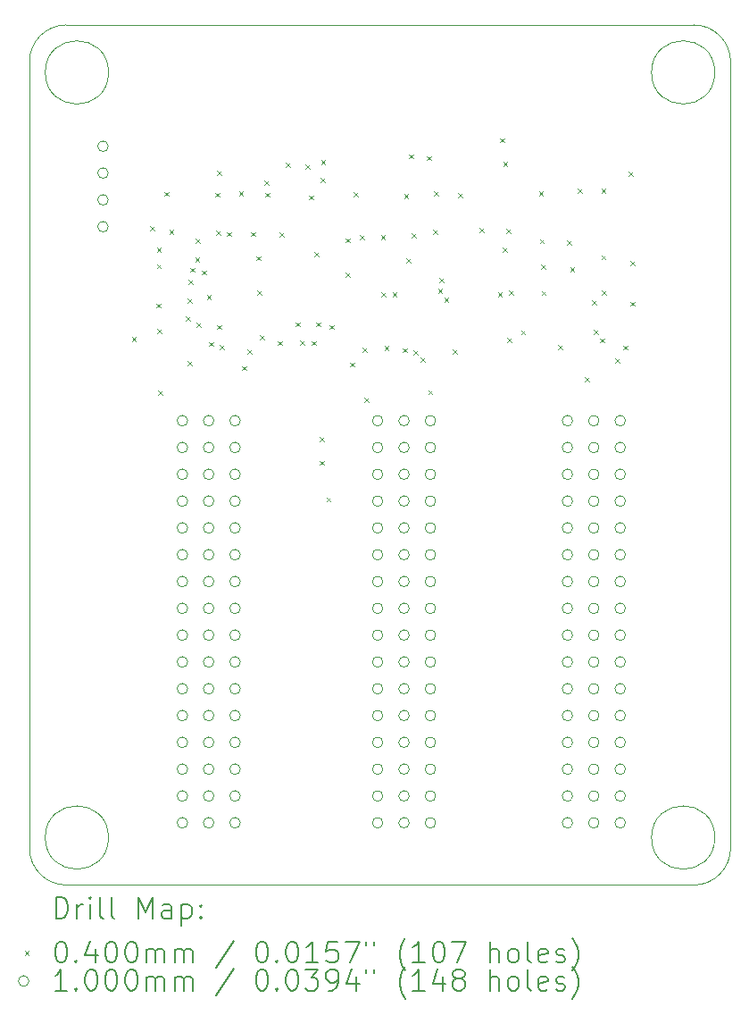
<source format=gbr>
%FSLAX45Y45*%
G04 Gerber Fmt 4.5, Leading zero omitted, Abs format (unit mm)*
G04 Created by KiCad (PCBNEW (6.0.2)) date 2023-10-23 02:54:10*
%MOMM*%
%LPD*%
G01*
G04 APERTURE LIST*
%TA.AperFunction,Profile*%
%ADD10C,0.100000*%
%TD*%
%ADD11C,0.200000*%
%ADD12C,0.040000*%
%ADD13C,0.100000*%
G04 APERTURE END LIST*
D10*
X22400000Y-12600000D02*
G75*
G03*
X22400000Y-12600000I-300000J0D01*
G01*
X22550000Y-5250000D02*
G75*
G03*
X22200000Y-4900000I-350000J0D01*
G01*
X15900000Y-12700000D02*
G75*
G03*
X16250000Y-13050000I350000J0D01*
G01*
X16650000Y-12600000D02*
G75*
G03*
X16650000Y-12600000I-300000J0D01*
G01*
X22200000Y-4900000D02*
X16250000Y-4900000D01*
X22200000Y-13050000D02*
G75*
G03*
X22550000Y-12700000I0J350000D01*
G01*
X22400000Y-5350000D02*
G75*
G03*
X22400000Y-5350000I-300000J0D01*
G01*
X16250000Y-4900000D02*
G75*
G03*
X15900000Y-5250000I0J-350000D01*
G01*
X16650000Y-5350000D02*
G75*
G03*
X16650000Y-5350000I-300000J0D01*
G01*
X15900000Y-5250000D02*
X15900000Y-12700000D01*
X16250000Y-13050000D02*
X22200000Y-13050000D01*
X22550000Y-12700000D02*
X22550000Y-5250000D01*
D11*
D12*
X16871420Y-7854180D02*
X16911420Y-7894180D01*
X16911420Y-7854180D02*
X16871420Y-7894180D01*
X17045560Y-6805210D02*
X17085560Y-6845210D01*
X17085560Y-6805210D02*
X17045560Y-6845210D01*
X17101330Y-7539170D02*
X17141330Y-7579170D01*
X17141330Y-7539170D02*
X17101330Y-7579170D01*
X17107740Y-7009540D02*
X17147740Y-7049540D01*
X17147740Y-7009540D02*
X17107740Y-7049540D01*
X17107970Y-7167730D02*
X17147970Y-7207730D01*
X17147970Y-7167730D02*
X17107970Y-7207730D01*
X17109110Y-7780910D02*
X17149110Y-7820910D01*
X17149110Y-7780910D02*
X17109110Y-7820910D01*
X17123290Y-8364150D02*
X17163290Y-8404150D01*
X17163290Y-8364150D02*
X17123290Y-8404150D01*
X17181830Y-6481670D02*
X17221830Y-6521670D01*
X17221830Y-6481670D02*
X17181830Y-6521670D01*
X17227250Y-6840050D02*
X17267250Y-6880050D01*
X17267250Y-6840050D02*
X17227250Y-6880050D01*
X17380100Y-7662630D02*
X17420100Y-7702630D01*
X17420100Y-7662630D02*
X17380100Y-7702630D01*
X17397680Y-8088040D02*
X17437680Y-8128040D01*
X17437680Y-8088040D02*
X17397680Y-8128040D01*
X17400960Y-7490230D02*
X17440960Y-7530230D01*
X17440960Y-7490230D02*
X17400960Y-7530230D01*
X17409800Y-7314750D02*
X17449800Y-7354750D01*
X17449800Y-7314750D02*
X17409800Y-7354750D01*
X17427630Y-7200740D02*
X17467630Y-7240740D01*
X17467630Y-7200740D02*
X17427630Y-7240740D01*
X17472310Y-7103940D02*
X17512310Y-7143940D01*
X17512310Y-7103940D02*
X17472310Y-7143940D01*
X17478290Y-6927450D02*
X17518290Y-6967450D01*
X17518290Y-6927450D02*
X17478290Y-6967450D01*
X17486660Y-7720750D02*
X17526660Y-7760750D01*
X17526660Y-7720750D02*
X17486660Y-7760750D01*
X17536690Y-7226560D02*
X17576690Y-7266560D01*
X17576690Y-7226560D02*
X17536690Y-7266560D01*
X17582660Y-7459340D02*
X17622660Y-7499340D01*
X17622660Y-7459340D02*
X17582660Y-7499340D01*
X17602970Y-7902920D02*
X17642970Y-7942920D01*
X17642970Y-7902920D02*
X17602970Y-7942920D01*
X17664590Y-6489930D02*
X17704590Y-6529930D01*
X17704590Y-6489930D02*
X17664590Y-6529930D01*
X17671690Y-6851990D02*
X17711690Y-6891990D01*
X17711690Y-6851990D02*
X17671690Y-6891990D01*
X17677100Y-6284220D02*
X17717100Y-6324220D01*
X17717100Y-6284220D02*
X17677100Y-6324220D01*
X17681230Y-7743910D02*
X17721230Y-7783910D01*
X17721230Y-7743910D02*
X17681230Y-7783910D01*
X17704170Y-7934000D02*
X17744170Y-7974000D01*
X17744170Y-7934000D02*
X17704170Y-7974000D01*
X17771730Y-6862350D02*
X17811730Y-6902350D01*
X17811730Y-6862350D02*
X17771730Y-6902350D01*
X17887100Y-6475240D02*
X17927100Y-6515240D01*
X17927100Y-6475240D02*
X17887100Y-6515240D01*
X17918220Y-8132790D02*
X17958220Y-8172790D01*
X17958220Y-8132790D02*
X17918220Y-8172790D01*
X17968460Y-7977340D02*
X18008460Y-8017340D01*
X18008460Y-7977340D02*
X17968460Y-8017340D01*
X18002920Y-6862730D02*
X18042920Y-6902730D01*
X18042920Y-6862730D02*
X18002920Y-6902730D01*
X18053260Y-7091560D02*
X18093260Y-7131560D01*
X18093260Y-7091560D02*
X18053260Y-7131560D01*
X18060280Y-7414410D02*
X18100280Y-7454410D01*
X18100280Y-7414410D02*
X18060280Y-7454410D01*
X18088260Y-7841950D02*
X18128260Y-7881950D01*
X18128260Y-7841950D02*
X18088260Y-7881950D01*
X18130310Y-6373320D02*
X18170310Y-6413320D01*
X18170310Y-6373320D02*
X18130310Y-6413320D01*
X18135030Y-6489310D02*
X18175030Y-6529310D01*
X18175030Y-6489310D02*
X18135030Y-6529310D01*
X18256250Y-7895520D02*
X18296250Y-7935520D01*
X18296250Y-7895520D02*
X18256250Y-7935520D01*
X18273370Y-6864990D02*
X18313370Y-6904990D01*
X18313370Y-6864990D02*
X18273370Y-6904990D01*
X18328440Y-6208920D02*
X18368440Y-6248920D01*
X18368440Y-6208920D02*
X18328440Y-6248920D01*
X18421950Y-7717900D02*
X18461950Y-7757900D01*
X18461950Y-7717900D02*
X18421950Y-7757900D01*
X18464970Y-7893720D02*
X18504970Y-7933720D01*
X18504970Y-7893720D02*
X18464970Y-7933720D01*
X18518540Y-6225910D02*
X18558540Y-6265910D01*
X18558540Y-6225910D02*
X18518540Y-6265910D01*
X18553540Y-6516040D02*
X18593540Y-6556040D01*
X18593540Y-6516040D02*
X18553540Y-6556040D01*
X18578020Y-7895470D02*
X18618020Y-7935470D01*
X18618020Y-7895470D02*
X18578020Y-7935470D01*
X18599620Y-7049960D02*
X18639620Y-7089960D01*
X18639620Y-7049960D02*
X18599620Y-7089960D01*
X18616840Y-7716840D02*
X18656840Y-7756840D01*
X18656840Y-7716840D02*
X18616840Y-7756840D01*
X18653270Y-8806450D02*
X18693270Y-8846450D01*
X18693270Y-8806450D02*
X18653270Y-8846450D01*
X18653270Y-9029740D02*
X18693270Y-9069740D01*
X18693270Y-9029740D02*
X18653270Y-9069740D01*
X18664210Y-6349340D02*
X18704210Y-6389340D01*
X18704210Y-6349340D02*
X18664210Y-6389340D01*
X18666400Y-6180880D02*
X18706400Y-6220880D01*
X18706400Y-6180880D02*
X18666400Y-6220880D01*
X18717640Y-9375730D02*
X18757640Y-9415730D01*
X18757640Y-9375730D02*
X18717640Y-9415730D01*
X18746080Y-7741590D02*
X18786080Y-7781590D01*
X18786080Y-7741590D02*
X18746080Y-7781590D01*
X18899180Y-7247380D02*
X18939180Y-7287380D01*
X18939180Y-7247380D02*
X18899180Y-7287380D01*
X18899980Y-6922190D02*
X18939980Y-6962190D01*
X18939980Y-6922190D02*
X18899980Y-6962190D01*
X18942930Y-8097900D02*
X18982930Y-8137900D01*
X18982930Y-8097900D02*
X18942930Y-8137900D01*
X18975250Y-6485160D02*
X19015250Y-6525160D01*
X19015250Y-6485160D02*
X18975250Y-6525160D01*
X19031940Y-6892590D02*
X19071940Y-6932590D01*
X19071940Y-6892590D02*
X19031940Y-6932590D01*
X19059220Y-7956540D02*
X19099220Y-7996540D01*
X19099220Y-7956540D02*
X19059220Y-7996540D01*
X19075200Y-8431250D02*
X19115200Y-8471250D01*
X19115200Y-8431250D02*
X19075200Y-8471250D01*
X19233390Y-6894640D02*
X19273390Y-6934640D01*
X19273390Y-6894640D02*
X19233390Y-6934640D01*
X19238120Y-7434250D02*
X19278120Y-7474250D01*
X19278120Y-7434250D02*
X19238120Y-7474250D01*
X19267020Y-7944260D02*
X19307020Y-7984260D01*
X19307020Y-7944260D02*
X19267020Y-7984260D01*
X19342860Y-7434250D02*
X19382860Y-7474250D01*
X19382860Y-7434250D02*
X19342860Y-7474250D01*
X19441120Y-7961770D02*
X19481120Y-8001770D01*
X19481120Y-7961770D02*
X19441120Y-8001770D01*
X19452170Y-6503410D02*
X19492170Y-6543410D01*
X19492170Y-6503410D02*
X19452170Y-6543410D01*
X19476830Y-7112290D02*
X19516830Y-7152290D01*
X19516830Y-7112290D02*
X19476830Y-7152290D01*
X19497400Y-6125410D02*
X19537400Y-6165410D01*
X19537400Y-6125410D02*
X19497400Y-6165410D01*
X19528040Y-6877160D02*
X19568040Y-6917160D01*
X19568040Y-6877160D02*
X19528040Y-6917160D01*
X19541160Y-7981500D02*
X19581160Y-8021500D01*
X19581160Y-7981500D02*
X19541160Y-8021500D01*
X19611910Y-8052240D02*
X19651910Y-8092240D01*
X19651910Y-8052240D02*
X19611910Y-8092240D01*
X19666000Y-6143010D02*
X19706000Y-6183010D01*
X19706000Y-6143010D02*
X19666000Y-6183010D01*
X19681730Y-8360200D02*
X19721730Y-8400200D01*
X19721730Y-8360200D02*
X19681730Y-8400200D01*
X19730000Y-6841860D02*
X19770000Y-6881860D01*
X19770000Y-6841860D02*
X19730000Y-6881860D01*
X19738530Y-6474770D02*
X19778530Y-6514770D01*
X19778530Y-6474770D02*
X19738530Y-6514770D01*
X19775830Y-7400740D02*
X19815830Y-7440740D01*
X19815830Y-7400740D02*
X19775830Y-7440740D01*
X19787310Y-7296800D02*
X19827310Y-7336800D01*
X19827310Y-7296800D02*
X19787310Y-7336800D01*
X19833010Y-7485050D02*
X19873010Y-7525050D01*
X19873010Y-7485050D02*
X19833010Y-7525050D01*
X19914850Y-7977660D02*
X19954850Y-8017660D01*
X19954850Y-7977660D02*
X19914850Y-8017660D01*
X19966410Y-6496130D02*
X20006410Y-6536130D01*
X20006410Y-6496130D02*
X19966410Y-6536130D01*
X20169030Y-6825110D02*
X20209030Y-6865110D01*
X20209030Y-6825110D02*
X20169030Y-6865110D01*
X20342400Y-7431760D02*
X20382400Y-7471760D01*
X20382400Y-7431760D02*
X20342400Y-7471760D01*
X20365830Y-5972670D02*
X20405830Y-6012670D01*
X20405830Y-5972670D02*
X20365830Y-6012670D01*
X20388130Y-7013420D02*
X20428130Y-7053420D01*
X20428130Y-7013420D02*
X20388130Y-7053420D01*
X20392560Y-6195370D02*
X20432560Y-6235370D01*
X20432560Y-6195370D02*
X20392560Y-6235370D01*
X20419940Y-6830300D02*
X20459940Y-6870300D01*
X20459940Y-6830300D02*
X20419940Y-6870300D01*
X20428590Y-7865860D02*
X20468590Y-7905860D01*
X20468590Y-7865860D02*
X20428590Y-7905860D01*
X20445000Y-7415470D02*
X20485000Y-7455470D01*
X20485000Y-7415470D02*
X20445000Y-7455470D01*
X20562180Y-7793060D02*
X20602180Y-7833060D01*
X20602180Y-7793060D02*
X20562180Y-7833060D01*
X20732000Y-6479830D02*
X20772000Y-6519830D01*
X20772000Y-6479830D02*
X20732000Y-6519830D01*
X20741200Y-6929280D02*
X20781200Y-6969280D01*
X20781200Y-6929280D02*
X20741200Y-6969280D01*
X20755160Y-7172560D02*
X20795160Y-7212560D01*
X20795160Y-7172560D02*
X20755160Y-7212560D01*
X20757280Y-7422050D02*
X20797280Y-7462050D01*
X20797280Y-7422050D02*
X20757280Y-7462050D01*
X20914000Y-7932990D02*
X20954000Y-7972990D01*
X20954000Y-7932990D02*
X20914000Y-7972990D01*
X21001220Y-6941780D02*
X21041220Y-6981780D01*
X21041220Y-6941780D02*
X21001220Y-6981780D01*
X21028510Y-7199240D02*
X21068510Y-7239240D01*
X21068510Y-7199240D02*
X21028510Y-7239240D01*
X21102430Y-6452230D02*
X21142430Y-6492230D01*
X21142430Y-6452230D02*
X21102430Y-6492230D01*
X21167420Y-8240360D02*
X21207420Y-8280360D01*
X21207420Y-8240360D02*
X21167420Y-8280360D01*
X21238200Y-7512900D02*
X21278200Y-7552900D01*
X21278200Y-7512900D02*
X21238200Y-7552900D01*
X21253980Y-7787550D02*
X21293980Y-7827550D01*
X21293980Y-7787550D02*
X21253980Y-7827550D01*
X21313100Y-7869920D02*
X21353100Y-7909920D01*
X21353100Y-7869920D02*
X21313100Y-7909920D01*
X21324750Y-7082950D02*
X21364750Y-7122950D01*
X21364750Y-7082950D02*
X21324750Y-7122950D01*
X21324820Y-6452930D02*
X21364820Y-6492930D01*
X21364820Y-6452930D02*
X21324820Y-6492930D01*
X21328350Y-7414840D02*
X21368350Y-7454840D01*
X21368350Y-7414840D02*
X21328350Y-7454840D01*
X21454020Y-8061260D02*
X21494020Y-8101260D01*
X21494020Y-8061260D02*
X21454020Y-8101260D01*
X21530670Y-7938430D02*
X21570670Y-7978430D01*
X21570670Y-7938430D02*
X21530670Y-7978430D01*
X21580000Y-6289420D02*
X21620000Y-6329420D01*
X21620000Y-6289420D02*
X21580000Y-6329420D01*
X21598160Y-7137500D02*
X21638160Y-7177500D01*
X21638160Y-7137500D02*
X21598160Y-7177500D01*
X21599000Y-7522680D02*
X21639000Y-7562680D01*
X21639000Y-7522680D02*
X21599000Y-7562680D01*
D13*
X16647500Y-6050000D02*
G75*
G03*
X16647500Y-6050000I-50000J0D01*
G01*
X16647500Y-6304000D02*
G75*
G03*
X16647500Y-6304000I-50000J0D01*
G01*
X16647500Y-6558000D02*
G75*
G03*
X16647500Y-6558000I-50000J0D01*
G01*
X16647500Y-6812000D02*
G75*
G03*
X16647500Y-6812000I-50000J0D01*
G01*
X17400000Y-8650000D02*
G75*
G03*
X17400000Y-8650000I-50000J0D01*
G01*
X17400000Y-8904000D02*
G75*
G03*
X17400000Y-8904000I-50000J0D01*
G01*
X17400000Y-9158000D02*
G75*
G03*
X17400000Y-9158000I-50000J0D01*
G01*
X17400000Y-9412000D02*
G75*
G03*
X17400000Y-9412000I-50000J0D01*
G01*
X17400000Y-9666000D02*
G75*
G03*
X17400000Y-9666000I-50000J0D01*
G01*
X17400000Y-9920000D02*
G75*
G03*
X17400000Y-9920000I-50000J0D01*
G01*
X17400000Y-10174000D02*
G75*
G03*
X17400000Y-10174000I-50000J0D01*
G01*
X17400000Y-10428000D02*
G75*
G03*
X17400000Y-10428000I-50000J0D01*
G01*
X17400000Y-10682000D02*
G75*
G03*
X17400000Y-10682000I-50000J0D01*
G01*
X17400000Y-10936000D02*
G75*
G03*
X17400000Y-10936000I-50000J0D01*
G01*
X17400000Y-11190000D02*
G75*
G03*
X17400000Y-11190000I-50000J0D01*
G01*
X17400000Y-11444000D02*
G75*
G03*
X17400000Y-11444000I-50000J0D01*
G01*
X17400000Y-11698000D02*
G75*
G03*
X17400000Y-11698000I-50000J0D01*
G01*
X17400000Y-11952000D02*
G75*
G03*
X17400000Y-11952000I-50000J0D01*
G01*
X17400000Y-12206000D02*
G75*
G03*
X17400000Y-12206000I-50000J0D01*
G01*
X17400000Y-12460000D02*
G75*
G03*
X17400000Y-12460000I-50000J0D01*
G01*
X17650000Y-8650000D02*
G75*
G03*
X17650000Y-8650000I-50000J0D01*
G01*
X17650000Y-8904000D02*
G75*
G03*
X17650000Y-8904000I-50000J0D01*
G01*
X17650000Y-9158000D02*
G75*
G03*
X17650000Y-9158000I-50000J0D01*
G01*
X17650000Y-9412000D02*
G75*
G03*
X17650000Y-9412000I-50000J0D01*
G01*
X17650000Y-9666000D02*
G75*
G03*
X17650000Y-9666000I-50000J0D01*
G01*
X17650000Y-9920000D02*
G75*
G03*
X17650000Y-9920000I-50000J0D01*
G01*
X17650000Y-10174000D02*
G75*
G03*
X17650000Y-10174000I-50000J0D01*
G01*
X17650000Y-10428000D02*
G75*
G03*
X17650000Y-10428000I-50000J0D01*
G01*
X17650000Y-10682000D02*
G75*
G03*
X17650000Y-10682000I-50000J0D01*
G01*
X17650000Y-10936000D02*
G75*
G03*
X17650000Y-10936000I-50000J0D01*
G01*
X17650000Y-11190000D02*
G75*
G03*
X17650000Y-11190000I-50000J0D01*
G01*
X17650000Y-11444000D02*
G75*
G03*
X17650000Y-11444000I-50000J0D01*
G01*
X17650000Y-11698000D02*
G75*
G03*
X17650000Y-11698000I-50000J0D01*
G01*
X17650000Y-11952000D02*
G75*
G03*
X17650000Y-11952000I-50000J0D01*
G01*
X17650000Y-12206000D02*
G75*
G03*
X17650000Y-12206000I-50000J0D01*
G01*
X17650000Y-12460000D02*
G75*
G03*
X17650000Y-12460000I-50000J0D01*
G01*
X17900000Y-8650000D02*
G75*
G03*
X17900000Y-8650000I-50000J0D01*
G01*
X17900000Y-8904000D02*
G75*
G03*
X17900000Y-8904000I-50000J0D01*
G01*
X17900000Y-9158000D02*
G75*
G03*
X17900000Y-9158000I-50000J0D01*
G01*
X17900000Y-9412000D02*
G75*
G03*
X17900000Y-9412000I-50000J0D01*
G01*
X17900000Y-9666000D02*
G75*
G03*
X17900000Y-9666000I-50000J0D01*
G01*
X17900000Y-9920000D02*
G75*
G03*
X17900000Y-9920000I-50000J0D01*
G01*
X17900000Y-10174000D02*
G75*
G03*
X17900000Y-10174000I-50000J0D01*
G01*
X17900000Y-10428000D02*
G75*
G03*
X17900000Y-10428000I-50000J0D01*
G01*
X17900000Y-10682000D02*
G75*
G03*
X17900000Y-10682000I-50000J0D01*
G01*
X17900000Y-10936000D02*
G75*
G03*
X17900000Y-10936000I-50000J0D01*
G01*
X17900000Y-11190000D02*
G75*
G03*
X17900000Y-11190000I-50000J0D01*
G01*
X17900000Y-11444000D02*
G75*
G03*
X17900000Y-11444000I-50000J0D01*
G01*
X17900000Y-11698000D02*
G75*
G03*
X17900000Y-11698000I-50000J0D01*
G01*
X17900000Y-11952000D02*
G75*
G03*
X17900000Y-11952000I-50000J0D01*
G01*
X17900000Y-12206000D02*
G75*
G03*
X17900000Y-12206000I-50000J0D01*
G01*
X17900000Y-12460000D02*
G75*
G03*
X17900000Y-12460000I-50000J0D01*
G01*
X19252500Y-8650000D02*
G75*
G03*
X19252500Y-8650000I-50000J0D01*
G01*
X19252500Y-8904000D02*
G75*
G03*
X19252500Y-8904000I-50000J0D01*
G01*
X19252500Y-9158000D02*
G75*
G03*
X19252500Y-9158000I-50000J0D01*
G01*
X19252500Y-9412000D02*
G75*
G03*
X19252500Y-9412000I-50000J0D01*
G01*
X19252500Y-9666000D02*
G75*
G03*
X19252500Y-9666000I-50000J0D01*
G01*
X19252500Y-9920000D02*
G75*
G03*
X19252500Y-9920000I-50000J0D01*
G01*
X19252500Y-10174000D02*
G75*
G03*
X19252500Y-10174000I-50000J0D01*
G01*
X19252500Y-10428000D02*
G75*
G03*
X19252500Y-10428000I-50000J0D01*
G01*
X19252500Y-10682000D02*
G75*
G03*
X19252500Y-10682000I-50000J0D01*
G01*
X19252500Y-10936000D02*
G75*
G03*
X19252500Y-10936000I-50000J0D01*
G01*
X19252500Y-11190000D02*
G75*
G03*
X19252500Y-11190000I-50000J0D01*
G01*
X19252500Y-11444000D02*
G75*
G03*
X19252500Y-11444000I-50000J0D01*
G01*
X19252500Y-11698000D02*
G75*
G03*
X19252500Y-11698000I-50000J0D01*
G01*
X19252500Y-11952000D02*
G75*
G03*
X19252500Y-11952000I-50000J0D01*
G01*
X19252500Y-12206000D02*
G75*
G03*
X19252500Y-12206000I-50000J0D01*
G01*
X19252500Y-12460000D02*
G75*
G03*
X19252500Y-12460000I-50000J0D01*
G01*
X19502500Y-8650000D02*
G75*
G03*
X19502500Y-8650000I-50000J0D01*
G01*
X19502500Y-8904000D02*
G75*
G03*
X19502500Y-8904000I-50000J0D01*
G01*
X19502500Y-9158000D02*
G75*
G03*
X19502500Y-9158000I-50000J0D01*
G01*
X19502500Y-9412000D02*
G75*
G03*
X19502500Y-9412000I-50000J0D01*
G01*
X19502500Y-9666000D02*
G75*
G03*
X19502500Y-9666000I-50000J0D01*
G01*
X19502500Y-9920000D02*
G75*
G03*
X19502500Y-9920000I-50000J0D01*
G01*
X19502500Y-10174000D02*
G75*
G03*
X19502500Y-10174000I-50000J0D01*
G01*
X19502500Y-10428000D02*
G75*
G03*
X19502500Y-10428000I-50000J0D01*
G01*
X19502500Y-10682000D02*
G75*
G03*
X19502500Y-10682000I-50000J0D01*
G01*
X19502500Y-10936000D02*
G75*
G03*
X19502500Y-10936000I-50000J0D01*
G01*
X19502500Y-11190000D02*
G75*
G03*
X19502500Y-11190000I-50000J0D01*
G01*
X19502500Y-11444000D02*
G75*
G03*
X19502500Y-11444000I-50000J0D01*
G01*
X19502500Y-11698000D02*
G75*
G03*
X19502500Y-11698000I-50000J0D01*
G01*
X19502500Y-11952000D02*
G75*
G03*
X19502500Y-11952000I-50000J0D01*
G01*
X19502500Y-12206000D02*
G75*
G03*
X19502500Y-12206000I-50000J0D01*
G01*
X19502500Y-12460000D02*
G75*
G03*
X19502500Y-12460000I-50000J0D01*
G01*
X19752500Y-8650000D02*
G75*
G03*
X19752500Y-8650000I-50000J0D01*
G01*
X19752500Y-8904000D02*
G75*
G03*
X19752500Y-8904000I-50000J0D01*
G01*
X19752500Y-9158000D02*
G75*
G03*
X19752500Y-9158000I-50000J0D01*
G01*
X19752500Y-9412000D02*
G75*
G03*
X19752500Y-9412000I-50000J0D01*
G01*
X19752500Y-9666000D02*
G75*
G03*
X19752500Y-9666000I-50000J0D01*
G01*
X19752500Y-9920000D02*
G75*
G03*
X19752500Y-9920000I-50000J0D01*
G01*
X19752500Y-10174000D02*
G75*
G03*
X19752500Y-10174000I-50000J0D01*
G01*
X19752500Y-10428000D02*
G75*
G03*
X19752500Y-10428000I-50000J0D01*
G01*
X19752500Y-10682000D02*
G75*
G03*
X19752500Y-10682000I-50000J0D01*
G01*
X19752500Y-10936000D02*
G75*
G03*
X19752500Y-10936000I-50000J0D01*
G01*
X19752500Y-11190000D02*
G75*
G03*
X19752500Y-11190000I-50000J0D01*
G01*
X19752500Y-11444000D02*
G75*
G03*
X19752500Y-11444000I-50000J0D01*
G01*
X19752500Y-11698000D02*
G75*
G03*
X19752500Y-11698000I-50000J0D01*
G01*
X19752500Y-11952000D02*
G75*
G03*
X19752500Y-11952000I-50000J0D01*
G01*
X19752500Y-12206000D02*
G75*
G03*
X19752500Y-12206000I-50000J0D01*
G01*
X19752500Y-12460000D02*
G75*
G03*
X19752500Y-12460000I-50000J0D01*
G01*
X21052500Y-8650000D02*
G75*
G03*
X21052500Y-8650000I-50000J0D01*
G01*
X21052500Y-8904000D02*
G75*
G03*
X21052500Y-8904000I-50000J0D01*
G01*
X21052500Y-9158000D02*
G75*
G03*
X21052500Y-9158000I-50000J0D01*
G01*
X21052500Y-9412000D02*
G75*
G03*
X21052500Y-9412000I-50000J0D01*
G01*
X21052500Y-9666000D02*
G75*
G03*
X21052500Y-9666000I-50000J0D01*
G01*
X21052500Y-9920000D02*
G75*
G03*
X21052500Y-9920000I-50000J0D01*
G01*
X21052500Y-10174000D02*
G75*
G03*
X21052500Y-10174000I-50000J0D01*
G01*
X21052500Y-10428000D02*
G75*
G03*
X21052500Y-10428000I-50000J0D01*
G01*
X21052500Y-10682000D02*
G75*
G03*
X21052500Y-10682000I-50000J0D01*
G01*
X21052500Y-10936000D02*
G75*
G03*
X21052500Y-10936000I-50000J0D01*
G01*
X21052500Y-11190000D02*
G75*
G03*
X21052500Y-11190000I-50000J0D01*
G01*
X21052500Y-11444000D02*
G75*
G03*
X21052500Y-11444000I-50000J0D01*
G01*
X21052500Y-11698000D02*
G75*
G03*
X21052500Y-11698000I-50000J0D01*
G01*
X21052500Y-11952000D02*
G75*
G03*
X21052500Y-11952000I-50000J0D01*
G01*
X21052500Y-12206000D02*
G75*
G03*
X21052500Y-12206000I-50000J0D01*
G01*
X21052500Y-12460000D02*
G75*
G03*
X21052500Y-12460000I-50000J0D01*
G01*
X21302500Y-8650000D02*
G75*
G03*
X21302500Y-8650000I-50000J0D01*
G01*
X21302500Y-8904000D02*
G75*
G03*
X21302500Y-8904000I-50000J0D01*
G01*
X21302500Y-9158000D02*
G75*
G03*
X21302500Y-9158000I-50000J0D01*
G01*
X21302500Y-9412000D02*
G75*
G03*
X21302500Y-9412000I-50000J0D01*
G01*
X21302500Y-9666000D02*
G75*
G03*
X21302500Y-9666000I-50000J0D01*
G01*
X21302500Y-9920000D02*
G75*
G03*
X21302500Y-9920000I-50000J0D01*
G01*
X21302500Y-10174000D02*
G75*
G03*
X21302500Y-10174000I-50000J0D01*
G01*
X21302500Y-10428000D02*
G75*
G03*
X21302500Y-10428000I-50000J0D01*
G01*
X21302500Y-10682000D02*
G75*
G03*
X21302500Y-10682000I-50000J0D01*
G01*
X21302500Y-10936000D02*
G75*
G03*
X21302500Y-10936000I-50000J0D01*
G01*
X21302500Y-11190000D02*
G75*
G03*
X21302500Y-11190000I-50000J0D01*
G01*
X21302500Y-11444000D02*
G75*
G03*
X21302500Y-11444000I-50000J0D01*
G01*
X21302500Y-11698000D02*
G75*
G03*
X21302500Y-11698000I-50000J0D01*
G01*
X21302500Y-11952000D02*
G75*
G03*
X21302500Y-11952000I-50000J0D01*
G01*
X21302500Y-12206000D02*
G75*
G03*
X21302500Y-12206000I-50000J0D01*
G01*
X21302500Y-12460000D02*
G75*
G03*
X21302500Y-12460000I-50000J0D01*
G01*
X21552500Y-8650000D02*
G75*
G03*
X21552500Y-8650000I-50000J0D01*
G01*
X21552500Y-8904000D02*
G75*
G03*
X21552500Y-8904000I-50000J0D01*
G01*
X21552500Y-9158000D02*
G75*
G03*
X21552500Y-9158000I-50000J0D01*
G01*
X21552500Y-9412000D02*
G75*
G03*
X21552500Y-9412000I-50000J0D01*
G01*
X21552500Y-9666000D02*
G75*
G03*
X21552500Y-9666000I-50000J0D01*
G01*
X21552500Y-9920000D02*
G75*
G03*
X21552500Y-9920000I-50000J0D01*
G01*
X21552500Y-10174000D02*
G75*
G03*
X21552500Y-10174000I-50000J0D01*
G01*
X21552500Y-10428000D02*
G75*
G03*
X21552500Y-10428000I-50000J0D01*
G01*
X21552500Y-10682000D02*
G75*
G03*
X21552500Y-10682000I-50000J0D01*
G01*
X21552500Y-10936000D02*
G75*
G03*
X21552500Y-10936000I-50000J0D01*
G01*
X21552500Y-11190000D02*
G75*
G03*
X21552500Y-11190000I-50000J0D01*
G01*
X21552500Y-11444000D02*
G75*
G03*
X21552500Y-11444000I-50000J0D01*
G01*
X21552500Y-11698000D02*
G75*
G03*
X21552500Y-11698000I-50000J0D01*
G01*
X21552500Y-11952000D02*
G75*
G03*
X21552500Y-11952000I-50000J0D01*
G01*
X21552500Y-12206000D02*
G75*
G03*
X21552500Y-12206000I-50000J0D01*
G01*
X21552500Y-12460000D02*
G75*
G03*
X21552500Y-12460000I-50000J0D01*
G01*
D11*
X16152619Y-13365476D02*
X16152619Y-13165476D01*
X16200238Y-13165476D01*
X16228809Y-13175000D01*
X16247857Y-13194048D01*
X16257381Y-13213095D01*
X16266905Y-13251190D01*
X16266905Y-13279762D01*
X16257381Y-13317857D01*
X16247857Y-13336905D01*
X16228809Y-13355952D01*
X16200238Y-13365476D01*
X16152619Y-13365476D01*
X16352619Y-13365476D02*
X16352619Y-13232143D01*
X16352619Y-13270238D02*
X16362143Y-13251190D01*
X16371667Y-13241667D01*
X16390714Y-13232143D01*
X16409762Y-13232143D01*
X16476428Y-13365476D02*
X16476428Y-13232143D01*
X16476428Y-13165476D02*
X16466905Y-13175000D01*
X16476428Y-13184524D01*
X16485952Y-13175000D01*
X16476428Y-13165476D01*
X16476428Y-13184524D01*
X16600238Y-13365476D02*
X16581190Y-13355952D01*
X16571667Y-13336905D01*
X16571667Y-13165476D01*
X16705000Y-13365476D02*
X16685952Y-13355952D01*
X16676428Y-13336905D01*
X16676428Y-13165476D01*
X16933571Y-13365476D02*
X16933571Y-13165476D01*
X17000238Y-13308333D01*
X17066905Y-13165476D01*
X17066905Y-13365476D01*
X17247857Y-13365476D02*
X17247857Y-13260714D01*
X17238333Y-13241667D01*
X17219286Y-13232143D01*
X17181190Y-13232143D01*
X17162143Y-13241667D01*
X17247857Y-13355952D02*
X17228810Y-13365476D01*
X17181190Y-13365476D01*
X17162143Y-13355952D01*
X17152619Y-13336905D01*
X17152619Y-13317857D01*
X17162143Y-13298809D01*
X17181190Y-13289286D01*
X17228810Y-13289286D01*
X17247857Y-13279762D01*
X17343095Y-13232143D02*
X17343095Y-13432143D01*
X17343095Y-13241667D02*
X17362143Y-13232143D01*
X17400238Y-13232143D01*
X17419286Y-13241667D01*
X17428810Y-13251190D01*
X17438333Y-13270238D01*
X17438333Y-13327381D01*
X17428810Y-13346428D01*
X17419286Y-13355952D01*
X17400238Y-13365476D01*
X17362143Y-13365476D01*
X17343095Y-13355952D01*
X17524048Y-13346428D02*
X17533571Y-13355952D01*
X17524048Y-13365476D01*
X17514524Y-13355952D01*
X17524048Y-13346428D01*
X17524048Y-13365476D01*
X17524048Y-13241667D02*
X17533571Y-13251190D01*
X17524048Y-13260714D01*
X17514524Y-13251190D01*
X17524048Y-13241667D01*
X17524048Y-13260714D01*
D12*
X15855000Y-13675000D02*
X15895000Y-13715000D01*
X15895000Y-13675000D02*
X15855000Y-13715000D01*
D11*
X16190714Y-13585476D02*
X16209762Y-13585476D01*
X16228809Y-13595000D01*
X16238333Y-13604524D01*
X16247857Y-13623571D01*
X16257381Y-13661667D01*
X16257381Y-13709286D01*
X16247857Y-13747381D01*
X16238333Y-13766428D01*
X16228809Y-13775952D01*
X16209762Y-13785476D01*
X16190714Y-13785476D01*
X16171667Y-13775952D01*
X16162143Y-13766428D01*
X16152619Y-13747381D01*
X16143095Y-13709286D01*
X16143095Y-13661667D01*
X16152619Y-13623571D01*
X16162143Y-13604524D01*
X16171667Y-13595000D01*
X16190714Y-13585476D01*
X16343095Y-13766428D02*
X16352619Y-13775952D01*
X16343095Y-13785476D01*
X16333571Y-13775952D01*
X16343095Y-13766428D01*
X16343095Y-13785476D01*
X16524048Y-13652143D02*
X16524048Y-13785476D01*
X16476428Y-13575952D02*
X16428809Y-13718809D01*
X16552619Y-13718809D01*
X16666905Y-13585476D02*
X16685952Y-13585476D01*
X16705000Y-13595000D01*
X16714524Y-13604524D01*
X16724048Y-13623571D01*
X16733571Y-13661667D01*
X16733571Y-13709286D01*
X16724048Y-13747381D01*
X16714524Y-13766428D01*
X16705000Y-13775952D01*
X16685952Y-13785476D01*
X16666905Y-13785476D01*
X16647857Y-13775952D01*
X16638333Y-13766428D01*
X16628809Y-13747381D01*
X16619286Y-13709286D01*
X16619286Y-13661667D01*
X16628809Y-13623571D01*
X16638333Y-13604524D01*
X16647857Y-13595000D01*
X16666905Y-13585476D01*
X16857381Y-13585476D02*
X16876429Y-13585476D01*
X16895476Y-13595000D01*
X16905000Y-13604524D01*
X16914524Y-13623571D01*
X16924048Y-13661667D01*
X16924048Y-13709286D01*
X16914524Y-13747381D01*
X16905000Y-13766428D01*
X16895476Y-13775952D01*
X16876429Y-13785476D01*
X16857381Y-13785476D01*
X16838333Y-13775952D01*
X16828810Y-13766428D01*
X16819286Y-13747381D01*
X16809762Y-13709286D01*
X16809762Y-13661667D01*
X16819286Y-13623571D01*
X16828810Y-13604524D01*
X16838333Y-13595000D01*
X16857381Y-13585476D01*
X17009762Y-13785476D02*
X17009762Y-13652143D01*
X17009762Y-13671190D02*
X17019286Y-13661667D01*
X17038333Y-13652143D01*
X17066905Y-13652143D01*
X17085952Y-13661667D01*
X17095476Y-13680714D01*
X17095476Y-13785476D01*
X17095476Y-13680714D02*
X17105000Y-13661667D01*
X17124048Y-13652143D01*
X17152619Y-13652143D01*
X17171667Y-13661667D01*
X17181190Y-13680714D01*
X17181190Y-13785476D01*
X17276429Y-13785476D02*
X17276429Y-13652143D01*
X17276429Y-13671190D02*
X17285952Y-13661667D01*
X17305000Y-13652143D01*
X17333571Y-13652143D01*
X17352619Y-13661667D01*
X17362143Y-13680714D01*
X17362143Y-13785476D01*
X17362143Y-13680714D02*
X17371667Y-13661667D01*
X17390714Y-13652143D01*
X17419286Y-13652143D01*
X17438333Y-13661667D01*
X17447857Y-13680714D01*
X17447857Y-13785476D01*
X17838333Y-13575952D02*
X17666905Y-13833095D01*
X18095476Y-13585476D02*
X18114524Y-13585476D01*
X18133571Y-13595000D01*
X18143095Y-13604524D01*
X18152619Y-13623571D01*
X18162143Y-13661667D01*
X18162143Y-13709286D01*
X18152619Y-13747381D01*
X18143095Y-13766428D01*
X18133571Y-13775952D01*
X18114524Y-13785476D01*
X18095476Y-13785476D01*
X18076429Y-13775952D01*
X18066905Y-13766428D01*
X18057381Y-13747381D01*
X18047857Y-13709286D01*
X18047857Y-13661667D01*
X18057381Y-13623571D01*
X18066905Y-13604524D01*
X18076429Y-13595000D01*
X18095476Y-13585476D01*
X18247857Y-13766428D02*
X18257381Y-13775952D01*
X18247857Y-13785476D01*
X18238333Y-13775952D01*
X18247857Y-13766428D01*
X18247857Y-13785476D01*
X18381190Y-13585476D02*
X18400238Y-13585476D01*
X18419286Y-13595000D01*
X18428810Y-13604524D01*
X18438333Y-13623571D01*
X18447857Y-13661667D01*
X18447857Y-13709286D01*
X18438333Y-13747381D01*
X18428810Y-13766428D01*
X18419286Y-13775952D01*
X18400238Y-13785476D01*
X18381190Y-13785476D01*
X18362143Y-13775952D01*
X18352619Y-13766428D01*
X18343095Y-13747381D01*
X18333571Y-13709286D01*
X18333571Y-13661667D01*
X18343095Y-13623571D01*
X18352619Y-13604524D01*
X18362143Y-13595000D01*
X18381190Y-13585476D01*
X18638333Y-13785476D02*
X18524048Y-13785476D01*
X18581190Y-13785476D02*
X18581190Y-13585476D01*
X18562143Y-13614048D01*
X18543095Y-13633095D01*
X18524048Y-13642619D01*
X18819286Y-13585476D02*
X18724048Y-13585476D01*
X18714524Y-13680714D01*
X18724048Y-13671190D01*
X18743095Y-13661667D01*
X18790714Y-13661667D01*
X18809762Y-13671190D01*
X18819286Y-13680714D01*
X18828810Y-13699762D01*
X18828810Y-13747381D01*
X18819286Y-13766428D01*
X18809762Y-13775952D01*
X18790714Y-13785476D01*
X18743095Y-13785476D01*
X18724048Y-13775952D01*
X18714524Y-13766428D01*
X18895476Y-13585476D02*
X19028810Y-13585476D01*
X18943095Y-13785476D01*
X19095476Y-13585476D02*
X19095476Y-13623571D01*
X19171667Y-13585476D02*
X19171667Y-13623571D01*
X19466905Y-13861667D02*
X19457381Y-13852143D01*
X19438333Y-13823571D01*
X19428810Y-13804524D01*
X19419286Y-13775952D01*
X19409762Y-13728333D01*
X19409762Y-13690238D01*
X19419286Y-13642619D01*
X19428810Y-13614048D01*
X19438333Y-13595000D01*
X19457381Y-13566428D01*
X19466905Y-13556905D01*
X19647857Y-13785476D02*
X19533571Y-13785476D01*
X19590714Y-13785476D02*
X19590714Y-13585476D01*
X19571667Y-13614048D01*
X19552619Y-13633095D01*
X19533571Y-13642619D01*
X19771667Y-13585476D02*
X19790714Y-13585476D01*
X19809762Y-13595000D01*
X19819286Y-13604524D01*
X19828810Y-13623571D01*
X19838333Y-13661667D01*
X19838333Y-13709286D01*
X19828810Y-13747381D01*
X19819286Y-13766428D01*
X19809762Y-13775952D01*
X19790714Y-13785476D01*
X19771667Y-13785476D01*
X19752619Y-13775952D01*
X19743095Y-13766428D01*
X19733571Y-13747381D01*
X19724048Y-13709286D01*
X19724048Y-13661667D01*
X19733571Y-13623571D01*
X19743095Y-13604524D01*
X19752619Y-13595000D01*
X19771667Y-13585476D01*
X19905000Y-13585476D02*
X20038333Y-13585476D01*
X19952619Y-13785476D01*
X20266905Y-13785476D02*
X20266905Y-13585476D01*
X20352619Y-13785476D02*
X20352619Y-13680714D01*
X20343095Y-13661667D01*
X20324048Y-13652143D01*
X20295476Y-13652143D01*
X20276429Y-13661667D01*
X20266905Y-13671190D01*
X20476429Y-13785476D02*
X20457381Y-13775952D01*
X20447857Y-13766428D01*
X20438333Y-13747381D01*
X20438333Y-13690238D01*
X20447857Y-13671190D01*
X20457381Y-13661667D01*
X20476429Y-13652143D01*
X20505000Y-13652143D01*
X20524048Y-13661667D01*
X20533571Y-13671190D01*
X20543095Y-13690238D01*
X20543095Y-13747381D01*
X20533571Y-13766428D01*
X20524048Y-13775952D01*
X20505000Y-13785476D01*
X20476429Y-13785476D01*
X20657381Y-13785476D02*
X20638333Y-13775952D01*
X20628810Y-13756905D01*
X20628810Y-13585476D01*
X20809762Y-13775952D02*
X20790714Y-13785476D01*
X20752619Y-13785476D01*
X20733571Y-13775952D01*
X20724048Y-13756905D01*
X20724048Y-13680714D01*
X20733571Y-13661667D01*
X20752619Y-13652143D01*
X20790714Y-13652143D01*
X20809762Y-13661667D01*
X20819286Y-13680714D01*
X20819286Y-13699762D01*
X20724048Y-13718809D01*
X20895476Y-13775952D02*
X20914524Y-13785476D01*
X20952619Y-13785476D01*
X20971667Y-13775952D01*
X20981190Y-13756905D01*
X20981190Y-13747381D01*
X20971667Y-13728333D01*
X20952619Y-13718809D01*
X20924048Y-13718809D01*
X20905000Y-13709286D01*
X20895476Y-13690238D01*
X20895476Y-13680714D01*
X20905000Y-13661667D01*
X20924048Y-13652143D01*
X20952619Y-13652143D01*
X20971667Y-13661667D01*
X21047857Y-13861667D02*
X21057381Y-13852143D01*
X21076429Y-13823571D01*
X21085952Y-13804524D01*
X21095476Y-13775952D01*
X21105000Y-13728333D01*
X21105000Y-13690238D01*
X21095476Y-13642619D01*
X21085952Y-13614048D01*
X21076429Y-13595000D01*
X21057381Y-13566428D01*
X21047857Y-13556905D01*
D13*
X15895000Y-13959000D02*
G75*
G03*
X15895000Y-13959000I-50000J0D01*
G01*
D11*
X16257381Y-14049476D02*
X16143095Y-14049476D01*
X16200238Y-14049476D02*
X16200238Y-13849476D01*
X16181190Y-13878048D01*
X16162143Y-13897095D01*
X16143095Y-13906619D01*
X16343095Y-14030428D02*
X16352619Y-14039952D01*
X16343095Y-14049476D01*
X16333571Y-14039952D01*
X16343095Y-14030428D01*
X16343095Y-14049476D01*
X16476428Y-13849476D02*
X16495476Y-13849476D01*
X16514524Y-13859000D01*
X16524048Y-13868524D01*
X16533571Y-13887571D01*
X16543095Y-13925667D01*
X16543095Y-13973286D01*
X16533571Y-14011381D01*
X16524048Y-14030428D01*
X16514524Y-14039952D01*
X16495476Y-14049476D01*
X16476428Y-14049476D01*
X16457381Y-14039952D01*
X16447857Y-14030428D01*
X16438333Y-14011381D01*
X16428809Y-13973286D01*
X16428809Y-13925667D01*
X16438333Y-13887571D01*
X16447857Y-13868524D01*
X16457381Y-13859000D01*
X16476428Y-13849476D01*
X16666905Y-13849476D02*
X16685952Y-13849476D01*
X16705000Y-13859000D01*
X16714524Y-13868524D01*
X16724048Y-13887571D01*
X16733571Y-13925667D01*
X16733571Y-13973286D01*
X16724048Y-14011381D01*
X16714524Y-14030428D01*
X16705000Y-14039952D01*
X16685952Y-14049476D01*
X16666905Y-14049476D01*
X16647857Y-14039952D01*
X16638333Y-14030428D01*
X16628809Y-14011381D01*
X16619286Y-13973286D01*
X16619286Y-13925667D01*
X16628809Y-13887571D01*
X16638333Y-13868524D01*
X16647857Y-13859000D01*
X16666905Y-13849476D01*
X16857381Y-13849476D02*
X16876429Y-13849476D01*
X16895476Y-13859000D01*
X16905000Y-13868524D01*
X16914524Y-13887571D01*
X16924048Y-13925667D01*
X16924048Y-13973286D01*
X16914524Y-14011381D01*
X16905000Y-14030428D01*
X16895476Y-14039952D01*
X16876429Y-14049476D01*
X16857381Y-14049476D01*
X16838333Y-14039952D01*
X16828810Y-14030428D01*
X16819286Y-14011381D01*
X16809762Y-13973286D01*
X16809762Y-13925667D01*
X16819286Y-13887571D01*
X16828810Y-13868524D01*
X16838333Y-13859000D01*
X16857381Y-13849476D01*
X17009762Y-14049476D02*
X17009762Y-13916143D01*
X17009762Y-13935190D02*
X17019286Y-13925667D01*
X17038333Y-13916143D01*
X17066905Y-13916143D01*
X17085952Y-13925667D01*
X17095476Y-13944714D01*
X17095476Y-14049476D01*
X17095476Y-13944714D02*
X17105000Y-13925667D01*
X17124048Y-13916143D01*
X17152619Y-13916143D01*
X17171667Y-13925667D01*
X17181190Y-13944714D01*
X17181190Y-14049476D01*
X17276429Y-14049476D02*
X17276429Y-13916143D01*
X17276429Y-13935190D02*
X17285952Y-13925667D01*
X17305000Y-13916143D01*
X17333571Y-13916143D01*
X17352619Y-13925667D01*
X17362143Y-13944714D01*
X17362143Y-14049476D01*
X17362143Y-13944714D02*
X17371667Y-13925667D01*
X17390714Y-13916143D01*
X17419286Y-13916143D01*
X17438333Y-13925667D01*
X17447857Y-13944714D01*
X17447857Y-14049476D01*
X17838333Y-13839952D02*
X17666905Y-14097095D01*
X18095476Y-13849476D02*
X18114524Y-13849476D01*
X18133571Y-13859000D01*
X18143095Y-13868524D01*
X18152619Y-13887571D01*
X18162143Y-13925667D01*
X18162143Y-13973286D01*
X18152619Y-14011381D01*
X18143095Y-14030428D01*
X18133571Y-14039952D01*
X18114524Y-14049476D01*
X18095476Y-14049476D01*
X18076429Y-14039952D01*
X18066905Y-14030428D01*
X18057381Y-14011381D01*
X18047857Y-13973286D01*
X18047857Y-13925667D01*
X18057381Y-13887571D01*
X18066905Y-13868524D01*
X18076429Y-13859000D01*
X18095476Y-13849476D01*
X18247857Y-14030428D02*
X18257381Y-14039952D01*
X18247857Y-14049476D01*
X18238333Y-14039952D01*
X18247857Y-14030428D01*
X18247857Y-14049476D01*
X18381190Y-13849476D02*
X18400238Y-13849476D01*
X18419286Y-13859000D01*
X18428810Y-13868524D01*
X18438333Y-13887571D01*
X18447857Y-13925667D01*
X18447857Y-13973286D01*
X18438333Y-14011381D01*
X18428810Y-14030428D01*
X18419286Y-14039952D01*
X18400238Y-14049476D01*
X18381190Y-14049476D01*
X18362143Y-14039952D01*
X18352619Y-14030428D01*
X18343095Y-14011381D01*
X18333571Y-13973286D01*
X18333571Y-13925667D01*
X18343095Y-13887571D01*
X18352619Y-13868524D01*
X18362143Y-13859000D01*
X18381190Y-13849476D01*
X18514524Y-13849476D02*
X18638333Y-13849476D01*
X18571667Y-13925667D01*
X18600238Y-13925667D01*
X18619286Y-13935190D01*
X18628810Y-13944714D01*
X18638333Y-13963762D01*
X18638333Y-14011381D01*
X18628810Y-14030428D01*
X18619286Y-14039952D01*
X18600238Y-14049476D01*
X18543095Y-14049476D01*
X18524048Y-14039952D01*
X18514524Y-14030428D01*
X18733571Y-14049476D02*
X18771667Y-14049476D01*
X18790714Y-14039952D01*
X18800238Y-14030428D01*
X18819286Y-14001857D01*
X18828810Y-13963762D01*
X18828810Y-13887571D01*
X18819286Y-13868524D01*
X18809762Y-13859000D01*
X18790714Y-13849476D01*
X18752619Y-13849476D01*
X18733571Y-13859000D01*
X18724048Y-13868524D01*
X18714524Y-13887571D01*
X18714524Y-13935190D01*
X18724048Y-13954238D01*
X18733571Y-13963762D01*
X18752619Y-13973286D01*
X18790714Y-13973286D01*
X18809762Y-13963762D01*
X18819286Y-13954238D01*
X18828810Y-13935190D01*
X19000238Y-13916143D02*
X19000238Y-14049476D01*
X18952619Y-13839952D02*
X18905000Y-13982809D01*
X19028810Y-13982809D01*
X19095476Y-13849476D02*
X19095476Y-13887571D01*
X19171667Y-13849476D02*
X19171667Y-13887571D01*
X19466905Y-14125667D02*
X19457381Y-14116143D01*
X19438333Y-14087571D01*
X19428810Y-14068524D01*
X19419286Y-14039952D01*
X19409762Y-13992333D01*
X19409762Y-13954238D01*
X19419286Y-13906619D01*
X19428810Y-13878048D01*
X19438333Y-13859000D01*
X19457381Y-13830428D01*
X19466905Y-13820905D01*
X19647857Y-14049476D02*
X19533571Y-14049476D01*
X19590714Y-14049476D02*
X19590714Y-13849476D01*
X19571667Y-13878048D01*
X19552619Y-13897095D01*
X19533571Y-13906619D01*
X19819286Y-13916143D02*
X19819286Y-14049476D01*
X19771667Y-13839952D02*
X19724048Y-13982809D01*
X19847857Y-13982809D01*
X19952619Y-13935190D02*
X19933571Y-13925667D01*
X19924048Y-13916143D01*
X19914524Y-13897095D01*
X19914524Y-13887571D01*
X19924048Y-13868524D01*
X19933571Y-13859000D01*
X19952619Y-13849476D01*
X19990714Y-13849476D01*
X20009762Y-13859000D01*
X20019286Y-13868524D01*
X20028810Y-13887571D01*
X20028810Y-13897095D01*
X20019286Y-13916143D01*
X20009762Y-13925667D01*
X19990714Y-13935190D01*
X19952619Y-13935190D01*
X19933571Y-13944714D01*
X19924048Y-13954238D01*
X19914524Y-13973286D01*
X19914524Y-14011381D01*
X19924048Y-14030428D01*
X19933571Y-14039952D01*
X19952619Y-14049476D01*
X19990714Y-14049476D01*
X20009762Y-14039952D01*
X20019286Y-14030428D01*
X20028810Y-14011381D01*
X20028810Y-13973286D01*
X20019286Y-13954238D01*
X20009762Y-13944714D01*
X19990714Y-13935190D01*
X20266905Y-14049476D02*
X20266905Y-13849476D01*
X20352619Y-14049476D02*
X20352619Y-13944714D01*
X20343095Y-13925667D01*
X20324048Y-13916143D01*
X20295476Y-13916143D01*
X20276429Y-13925667D01*
X20266905Y-13935190D01*
X20476429Y-14049476D02*
X20457381Y-14039952D01*
X20447857Y-14030428D01*
X20438333Y-14011381D01*
X20438333Y-13954238D01*
X20447857Y-13935190D01*
X20457381Y-13925667D01*
X20476429Y-13916143D01*
X20505000Y-13916143D01*
X20524048Y-13925667D01*
X20533571Y-13935190D01*
X20543095Y-13954238D01*
X20543095Y-14011381D01*
X20533571Y-14030428D01*
X20524048Y-14039952D01*
X20505000Y-14049476D01*
X20476429Y-14049476D01*
X20657381Y-14049476D02*
X20638333Y-14039952D01*
X20628810Y-14020905D01*
X20628810Y-13849476D01*
X20809762Y-14039952D02*
X20790714Y-14049476D01*
X20752619Y-14049476D01*
X20733571Y-14039952D01*
X20724048Y-14020905D01*
X20724048Y-13944714D01*
X20733571Y-13925667D01*
X20752619Y-13916143D01*
X20790714Y-13916143D01*
X20809762Y-13925667D01*
X20819286Y-13944714D01*
X20819286Y-13963762D01*
X20724048Y-13982809D01*
X20895476Y-14039952D02*
X20914524Y-14049476D01*
X20952619Y-14049476D01*
X20971667Y-14039952D01*
X20981190Y-14020905D01*
X20981190Y-14011381D01*
X20971667Y-13992333D01*
X20952619Y-13982809D01*
X20924048Y-13982809D01*
X20905000Y-13973286D01*
X20895476Y-13954238D01*
X20895476Y-13944714D01*
X20905000Y-13925667D01*
X20924048Y-13916143D01*
X20952619Y-13916143D01*
X20971667Y-13925667D01*
X21047857Y-14125667D02*
X21057381Y-14116143D01*
X21076429Y-14087571D01*
X21085952Y-14068524D01*
X21095476Y-14039952D01*
X21105000Y-13992333D01*
X21105000Y-13954238D01*
X21095476Y-13906619D01*
X21085952Y-13878048D01*
X21076429Y-13859000D01*
X21057381Y-13830428D01*
X21047857Y-13820905D01*
M02*

</source>
